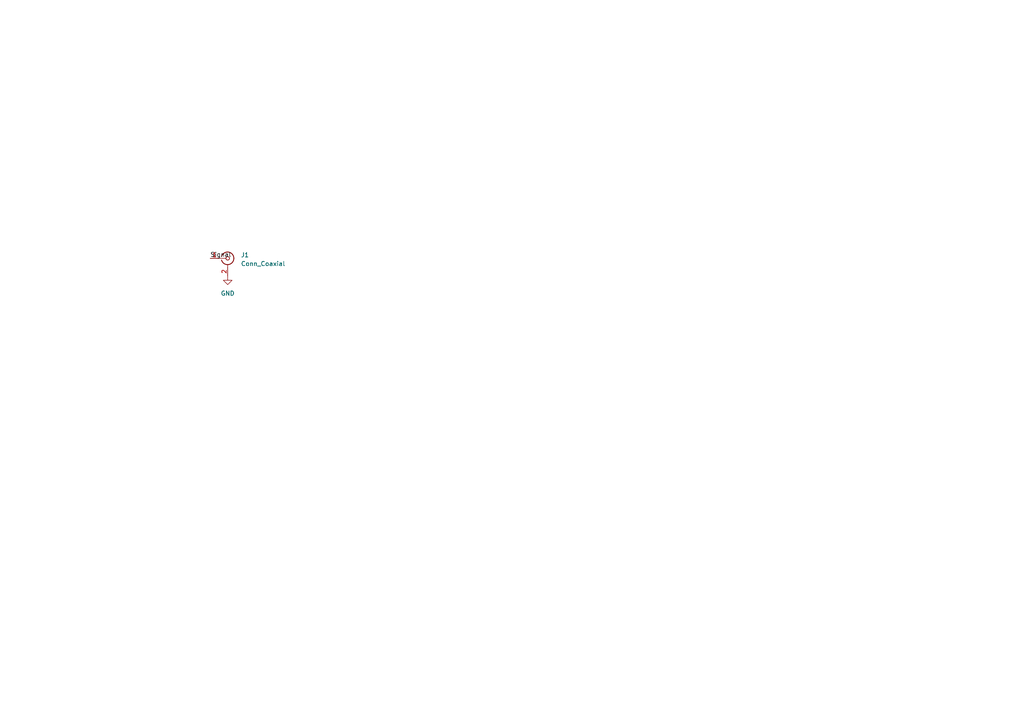
<source format=kicad_sch>
(kicad_sch (version 20250114) (generator "eeschema") (generator_version "9.0")
  (paper "A4")
  (lib_symbols
    (symbol "Connector:Conn_Coaxial" (pin_names (offset 1.016) (hide yes))
      (property "Reference" "J" (at 0.254 3.048 0))
      (property "Value" "Conn_Coaxial" (at 2.921 0 90))
      (symbol "Conn_Coaxial_0_1"
        (polyline (pts (xy -2.54 0) (xy -0.508 0)))
        (arc (start 1.778 0) (mid 0.222 -1.8079) (end -1.778 -0.508) (stroke (width 0.254)))
        (arc (start -1.778 0.508) (mid 0.2221 1.8084) (end 1.778 0) (stroke (width 0.254)))
        (circle (center 0 0) (radius 0.508) (stroke (width 0.2032)))
        (polyline (pts (xy 0 -2.54) (xy 0 -1.778)))
      )
      (symbol "Conn_Coaxial_1_1"
        (pin passive line (at -5.08 0 0) (length 2.54) (name "In") (number "1"))
        (pin passive line (at 0 -5.08 90) (length 2.54) (name "Ext") (number "2"))
      )
    )
    (symbol "power:GND" (power) (pin_numbers (hide yes)) (pin_names (offset 0) (hide yes))
      (property "Value" "GND" (at 0 -3.81 0))
      (symbol "GND_0_1"
        (polyline (pts (xy 0 0) (xy 0 -1.27) (xy 1.27 -1.27) (xy 0 -2.54) (xy -1.27 -1.27) (xy 0 -1.27)))
      )
      (symbol "GND_1_1"
        (pin power_in line (at 0 0 270) (length 0) (name "~") (number "1"))
      )
    )
  )
  (label "Signal" (at 60.96 74.93 0))
  (symbol (lib_id "power:GND") (at 66.04 80.01 0) (unit 1)
    (property "Reference" "#PWR01" (effects (hide yes)))
    (property "Value" "GND" (at 66.04 85.09 0))
    (property "Description" "Power symbol creates a global label with name \"GND\" , ground" (effects (hide yes)))
  )
  (symbol (lib_id "Connector:Conn_Coaxial") (at 66.04 74.93 0) (unit 1)
    (property "Reference" "J1" (at 69.85 73.9531 0) (effects (justify left)))
    (property "Value" "Conn_Coaxial" (at 69.85 76.4931 0) (effects (justify left)))
    (property "Footprint" "Connector_Coaxial:SMA_Amphenol_132289_EdgeMount" (effects (hide yes)))
    (property "Description" "coaxial connector (BNC, SMA, SMB, SMC, Cinch/RCA, LEMO, ...)" (effects (hide yes)))
  )
)
</source>
